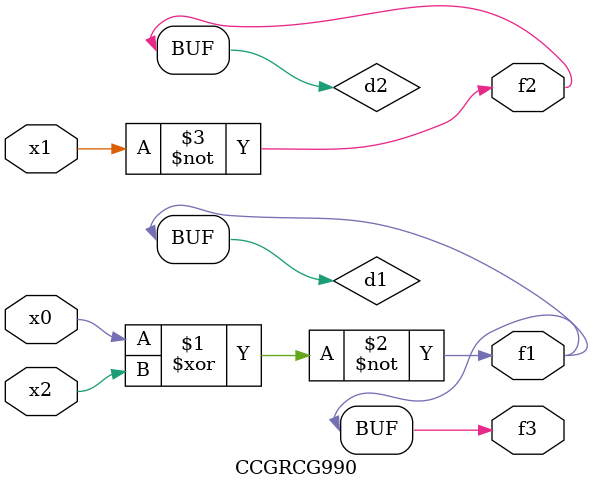
<source format=v>
module CCGRCG990(
	input x0, x1, x2,
	output f1, f2, f3
);

	wire d1, d2, d3;

	xnor (d1, x0, x2);
	nand (d2, x1);
	nor (d3, x1, x2);
	assign f1 = d1;
	assign f2 = d2;
	assign f3 = d1;
endmodule

</source>
